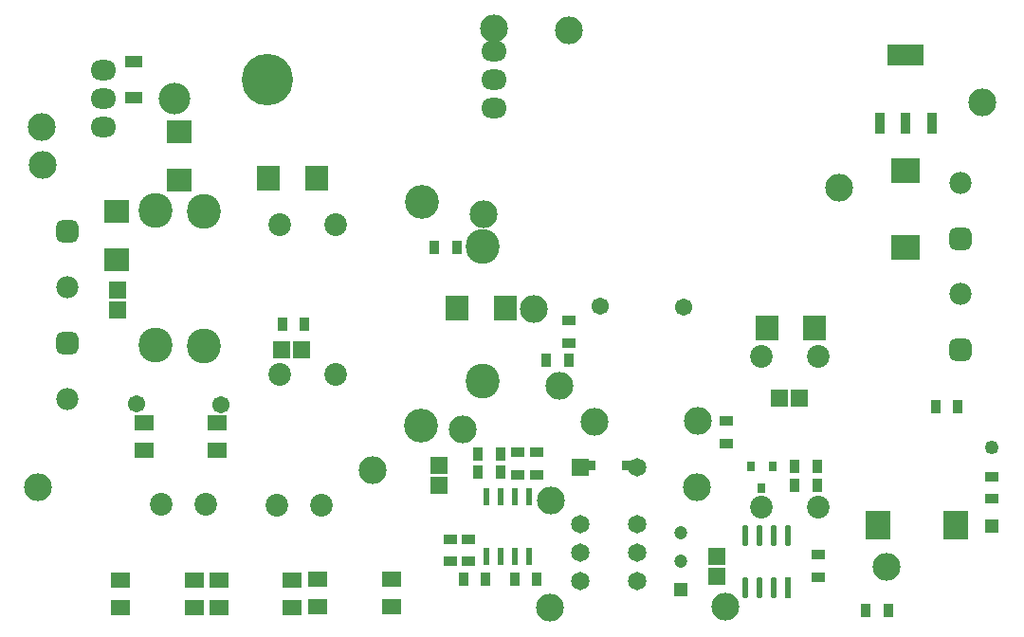
<source format=gbr>
%TF.GenerationSoftware,Altium Limited,Altium Designer,21.6.4 (81)*%
G04 Layer_Color=16711935*
%FSLAX43Y43*%
%MOMM*%
%TF.SameCoordinates,3FCC9EDD-E33D-4AE7-AC82-89E58AA9E509*%
%TF.FilePolarity,Negative*%
%TF.FileFunction,Soldermask,Bot*%
%TF.Part,Single*%
G01*
G75*
%TA.AperFunction,ComponentPad*%
%ADD33C,1.650*%
%ADD34R,1.650X1.650*%
%TA.AperFunction,TestPad*%
%ADD47R,1.200X1.200*%
%ADD48C,1.200*%
%ADD49R,1.250X1.250*%
%ADD50C,1.250*%
%TA.AperFunction,SMDPad,CuDef*%
%ADD62R,0.800X0.900*%
%ADD69R,0.543X1.874*%
G04:AMPARAMS|DCode=70|XSize=1.874mm|YSize=0.543mm|CornerRadius=0.272mm|HoleSize=0mm|Usage=FLASHONLY|Rotation=90.000|XOffset=0mm|YOffset=0mm|HoleType=Round|Shape=RoundedRectangle|*
%AMROUNDEDRECTD70*
21,1,1.874,0.000,0,0,90.0*
21,1,1.331,0.543,0,0,90.0*
1,1,0.543,0.000,0.665*
1,1,0.543,0.000,-0.665*
1,1,0.543,0.000,-0.665*
1,1,0.543,0.000,0.665*
%
%ADD70ROUNDEDRECTD70*%
%ADD71R,1.556X1.505*%
%ADD73R,1.505X1.556*%
%ADD92R,1.820X1.470*%
%ADD93R,0.920X0.970*%
%ADD94R,0.830X1.280*%
%ADD95R,2.520X2.220*%
%ADD96R,0.970X1.920*%
%ADD97R,3.270X1.920*%
%ADD98R,0.620X1.520*%
%ADD99R,2.220X2.520*%
%ADD100R,1.280X0.830*%
%TA.AperFunction,TestPad*%
%ADD101R,2.020X2.320*%
%TA.AperFunction,SMDPad,CuDef*%
%ADD102R,2.320X2.020*%
%ADD103R,1.620X1.020*%
%ADD104R,2.020X2.320*%
%TA.AperFunction,TestPad*%
%ADD105C,2.489*%
%ADD106C,1.970*%
G04:AMPARAMS|DCode=107|XSize=1.97mm|YSize=1.97mm|CornerRadius=0.497mm|HoleSize=0mm|Usage=FLASHONLY|Rotation=270.000|XOffset=0mm|YOffset=0mm|HoleType=Round|Shape=RoundedRectangle|*
%AMROUNDEDRECTD107*
21,1,1.970,0.975,0,0,270.0*
21,1,0.975,1.970,0,0,270.0*
1,1,0.995,-0.488,-0.488*
1,1,0.995,-0.488,0.488*
1,1,0.995,0.488,0.488*
1,1,0.995,0.488,-0.488*
%
%ADD107ROUNDEDRECTD107*%
%TA.AperFunction,ComponentPad*%
%ADD108C,2.020*%
%TA.AperFunction,TestPad*%
%ADD109C,2.020*%
%TA.AperFunction,ComponentPad*%
%ADD110C,3.020*%
%TA.AperFunction,TestPad*%
%ADD111C,1.544*%
%TA.AperFunction,ComponentPad*%
%ADD112C,2.489*%
%ADD113O,3.020X3.120*%
%TA.AperFunction,TestPad*%
%ADD114O,2.306X1.798*%
%ADD115C,4.592*%
%TA.AperFunction,ComponentPad*%
%ADD116C,2.814*%
%ADD117O,2.306X1.798*%
D33*
X56355Y14094D02*
D03*
Y9014D02*
D03*
Y6474D02*
D03*
Y3934D02*
D03*
X51275D02*
D03*
Y6474D02*
D03*
Y9014D02*
D03*
D34*
Y14094D02*
D03*
D47*
X60286Y3119D02*
D03*
D48*
Y5659D02*
D03*
Y8199D02*
D03*
D49*
X88036Y8769D02*
D03*
D50*
Y15869D02*
D03*
D62*
X66553Y14173D02*
D03*
X68453D02*
D03*
X67503Y12173D02*
D03*
D69*
X69799Y3293D02*
D03*
D70*
X68529D02*
D03*
X67259D02*
D03*
X65989D02*
D03*
Y7925D02*
D03*
X67259D02*
D03*
X68529D02*
D03*
X69799D02*
D03*
D71*
X63491Y6119D02*
D03*
Y4317D02*
D03*
X9982Y29882D02*
D03*
Y28081D02*
D03*
X38710Y14261D02*
D03*
Y12460D02*
D03*
D73*
X69051Y20269D02*
D03*
X70852D02*
D03*
X26428Y24587D02*
D03*
X24626D02*
D03*
D92*
X12346Y18040D02*
D03*
X18896D02*
D03*
X12346Y15590D02*
D03*
X18896D02*
D03*
X19030Y3976D02*
D03*
X25580D02*
D03*
X19030Y1526D02*
D03*
X25580D02*
D03*
X16792D02*
D03*
X10242D02*
D03*
X16792Y3976D02*
D03*
X10242D02*
D03*
X34419Y1579D02*
D03*
X27869D02*
D03*
X34419Y4029D02*
D03*
X27869D02*
D03*
D93*
X52248Y14256D02*
D03*
X55398Y14256D02*
D03*
D94*
X45431Y4029D02*
D03*
X47431D02*
D03*
X50274Y23597D02*
D03*
X48274D02*
D03*
X70447Y12487D02*
D03*
X72447D02*
D03*
X42180Y15214D02*
D03*
X44180D02*
D03*
Y13644D02*
D03*
X42180D02*
D03*
X78800Y1274D02*
D03*
X76800D02*
D03*
X72447Y14173D02*
D03*
X70447D02*
D03*
X85023Y19456D02*
D03*
X83023D02*
D03*
X38268Y33738D02*
D03*
X40268D02*
D03*
X42863Y4068D02*
D03*
X40863D02*
D03*
X24679Y26848D02*
D03*
X26679D02*
D03*
D95*
X80366Y33659D02*
D03*
Y40559D02*
D03*
D96*
X82666Y44753D02*
D03*
X80366D02*
D03*
X78066D02*
D03*
D97*
X80366Y50853D02*
D03*
D98*
X42901Y11467D02*
D03*
X44171D02*
D03*
X45441D02*
D03*
X46711D02*
D03*
X42901Y6067D02*
D03*
X44171D02*
D03*
X45441D02*
D03*
X46711D02*
D03*
D99*
X84781Y8915D02*
D03*
X77881D02*
D03*
D100*
X64338Y18200D02*
D03*
Y16200D02*
D03*
X47396Y13406D02*
D03*
Y15406D02*
D03*
X39725Y7655D02*
D03*
Y5655D02*
D03*
X41300Y7659D02*
D03*
Y5659D02*
D03*
X88074Y13243D02*
D03*
Y11243D02*
D03*
X72543Y6235D02*
D03*
Y4235D02*
D03*
X45669Y15406D02*
D03*
Y13406D02*
D03*
X50274Y27162D02*
D03*
Y25162D02*
D03*
D101*
X67929Y26543D02*
D03*
X72229D02*
D03*
D102*
X9906Y32588D02*
D03*
Y36888D02*
D03*
X15443Y39735D02*
D03*
Y44035D02*
D03*
D103*
X11430Y47066D02*
D03*
Y50266D02*
D03*
D104*
X23428Y39853D02*
D03*
X27728D02*
D03*
X40287Y28256D02*
D03*
X44587D02*
D03*
D105*
X48620Y1504D02*
D03*
X61722Y12294D02*
D03*
X47158Y28198D02*
D03*
X40792Y17428D02*
D03*
X48674Y11100D02*
D03*
X52524Y18098D02*
D03*
X3226Y44475D02*
D03*
X32741Y13792D02*
D03*
X49428Y21336D02*
D03*
X78613Y5159D02*
D03*
X64237Y1614D02*
D03*
X74371Y39065D02*
D03*
X2896Y12294D02*
D03*
X3293Y41097D02*
D03*
X61747Y18236D02*
D03*
D106*
X5500Y20171D02*
D03*
X5500Y30175D02*
D03*
X85234Y39497D02*
D03*
X85234Y29515D02*
D03*
D107*
X5500Y25171D02*
D03*
X5500Y35175D02*
D03*
X85234Y34497D02*
D03*
X85234Y24515D02*
D03*
D108*
X28194Y10693D02*
D03*
X24194D02*
D03*
X29486Y22384D02*
D03*
X24486D02*
D03*
X17868Y10744D02*
D03*
X13868D02*
D03*
X24486Y35738D02*
D03*
X29486D02*
D03*
D109*
X67500Y10500D02*
D03*
X72500D02*
D03*
Y24000D02*
D03*
X67500D02*
D03*
D110*
X37059Y17811D02*
D03*
X37109Y37786D02*
D03*
D111*
X11693Y19694D02*
D03*
X19193Y19669D02*
D03*
X53061Y28423D02*
D03*
X60561Y28398D02*
D03*
D112*
X50241Y53111D02*
D03*
X43580Y53238D02*
D03*
X42674Y36624D02*
D03*
X87224Y46660D02*
D03*
D113*
X42570Y21788D02*
D03*
Y33788D02*
D03*
X17678Y24886D02*
D03*
Y36886D02*
D03*
X13335Y36963D02*
D03*
Y24963D02*
D03*
D114*
X43557Y51232D02*
D03*
Y48692D02*
D03*
Y46152D02*
D03*
D115*
X23364Y48692D02*
D03*
D116*
X15037Y47015D02*
D03*
D117*
X8687Y44475D02*
D03*
Y47015D02*
D03*
Y49555D02*
D03*
%TF.MD5,0aaa025b8c79111e898411ea73420454*%
M02*

</source>
